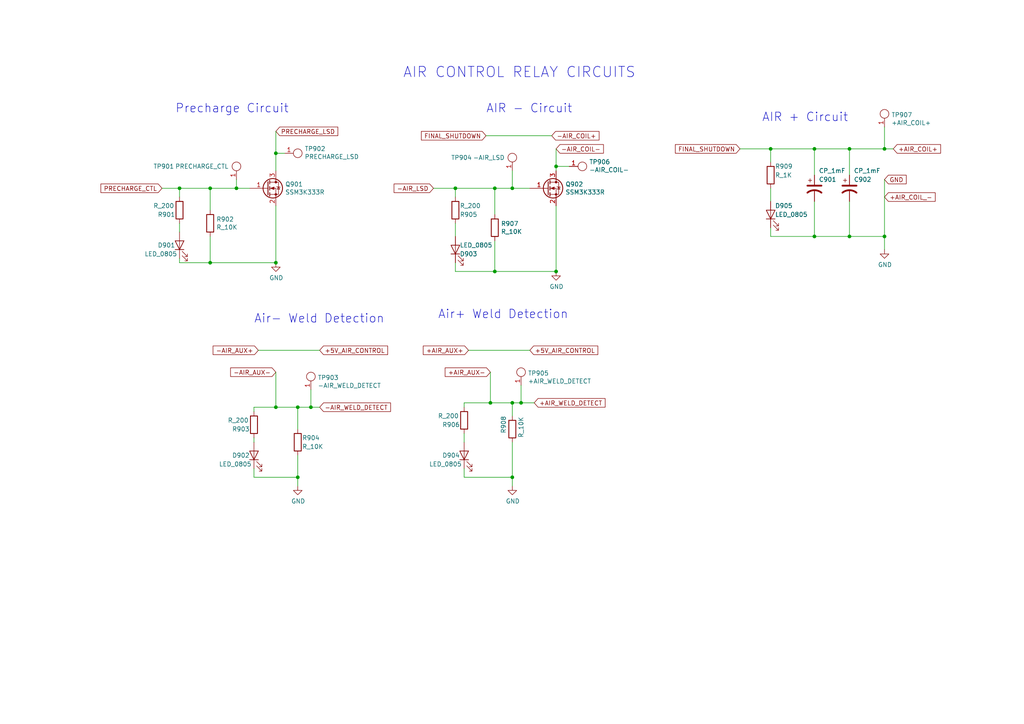
<source format=kicad_sch>
(kicad_sch (version 20211123) (generator eeschema)
  (paper "A4")
  (lib_symbols
    (symbol "formula:CP_1mF" (pin_numbers hide) (pin_names (offset 0.254) hide)
      (property "Reference" "C" (at 0.635 2.54 0))
      (property "Value" "CP_1mF" (at 0.635 -2.54 0))
      (symbol "CP_1mF_0_1"
        (polyline (pts (xy -2.032 0.762) (xy 2.032 0.762)) (stroke (width 0.508)))
        (polyline (pts (xy -1.778 2.286) (xy -0.762 2.286)))
        (polyline (pts (xy -1.27 1.778) (xy -1.27 2.794)))
        (arc (start 2.032 -1.27) (mid 0 -0.5572) (end -2.032 -1.27) (stroke (width 0.508)))
      )
      (symbol "CP_1mF_1_1"
        (pin passive line (at 0 3.81 270) (length 2.794) (name "~") (number "1"))
        (pin passive line (at 0 -3.81 90) (length 3.302) (name "~") (number "2"))
      )
    )
    (symbol "formula:LED_0805" (pin_numbers hide) (pin_names (offset 1.016) hide)
      (property "Reference" "D" (at 0 -2.54 0))
      (property "Value" "LED_0805" (at 0 2.54 0))
      (symbol "LED_0805_0_1"
        (polyline (pts (xy -1.27 -1.27) (xy -1.27 1.27)) (stroke (width 0.2032)))
        (polyline (pts (xy -1.27 0) (xy 1.27 0)))
        (polyline (pts (xy 1.27 -1.27) (xy 1.27 1.27) (xy -1.27 0) (xy 1.27 -1.27)) (stroke (width 0.2032)))
        (polyline (pts (xy -3.048 -0.762) (xy -4.572 -2.286) (xy -3.81 -2.286) (xy -4.572 -2.286) (xy -4.572 -1.524)))
        (polyline (pts (xy -1.778 -0.762) (xy -3.302 -2.286) (xy -2.54 -2.286) (xy -3.302 -2.286) (xy -3.302 -1.524)))
      )
      (symbol "LED_0805_1_1"
        (pin passive line (at -3.81 0 0) (length 2.54) (name "K") (number "1"))
        (pin passive line (at 3.81 0 180) (length 2.54) (name "A") (number "2"))
      )
    )
    (symbol "formula:R_10K" (pin_numbers hide) (pin_names (offset 0))
      (property "Reference" "R" (at 2.032 0 90))
      (property "Value" "R_10K" (at -2.54 0 90))
      (symbol "R_10K_0_1"
        (rectangle (start -1.016 -2.54) (end 1.016 2.54) (stroke (width 0.254)))
      )
      (symbol "R_10K_1_1"
        (pin passive line (at 0 3.81 270) (length 1.27) (name "~") (number "1"))
        (pin passive line (at 0 -3.81 90) (length 1.27) (name "~") (number "2"))
      )
    )
    (symbol "formula:R_1K" (pin_numbers hide) (pin_names (offset 0))
      (property "Reference" "R" (at 2.032 0 90))
      (property "Value" "R_1K" (at -2.54 0 90))
      (symbol "R_1K_0_1"
        (rectangle (start -1.016 -2.54) (end 1.016 2.54) (stroke (width 0.254)))
      )
      (symbol "R_1K_1_1"
        (pin passive line (at 0 3.81 270) (length 1.27) (name "~") (number "1"))
        (pin passive line (at 0 -3.81 90) (length 1.27) (name "~") (number "2"))
      )
    )
    (symbol "formula:R_200" (pin_numbers hide) (pin_names (offset 0))
      (property "Reference" "R" (at 2.032 0 90))
      (property "Value" "R_200" (at -2.54 0 90))
      (symbol "R_200_0_1"
        (rectangle (start -1.016 -2.54) (end 1.016 2.54) (stroke (width 0.254)))
      )
      (symbol "R_200_1_1"
        (pin passive line (at 0 3.81 270) (length 1.27) (name "~") (number "1"))
        (pin passive line (at 0 -3.81 90) (length 1.27) (name "~") (number "2"))
      )
    )
    (symbol "formula:SSM3K333R" (pin_names (offset 0) hide)
      (property "Reference" "Q" (at 5.08 1.905 0))
      (property "Value" "SSM3K333R" (at 5.08 0 0))
      (symbol "SSM3K333R_0_1"
        (polyline (pts (xy 0.762 -1.778) (xy 2.54 -1.778)))
        (polyline (pts (xy 0.762 -1.27) (xy 0.762 -2.286)) (stroke (width 0.254)))
        (polyline (pts (xy 0.762 0) (xy 2.54 0)))
        (polyline (pts (xy 0.762 0.508) (xy 0.762 -0.508)) (stroke (width 0.254)))
        (polyline (pts (xy 0.762 1.778) (xy 2.54 1.778)))
        (polyline (pts (xy 0.762 2.286) (xy 0.762 1.27)) (stroke (width 0.254)))
        (polyline (pts (xy 2.54 -1.778) (xy 2.54 -2.54)))
        (polyline (pts (xy 2.54 -1.778) (xy 2.54 0)))
        (polyline (pts (xy 2.54 2.54) (xy 2.54 1.778)))
        (polyline (pts (xy 0.254 1.905) (xy 0.254 -1.905) (xy 0.254 -1.905)) (stroke (width 0.254)))
        (polyline (pts (xy 1.016 0) (xy 2.032 0.381) (xy 2.032 -0.381) (xy 1.016 0)) (fill (type outline)))
        (polyline (pts (xy 2.54 -1.778) (xy 3.302 -1.778) (xy 3.302 1.778) (xy 2.54 1.778)))
        (polyline (pts (xy 2.794 0.508) (xy 2.921 0.381) (xy 3.683 0.381) (xy 3.81 0.254)))
        (polyline (pts (xy 3.302 0.381) (xy 2.921 -0.254) (xy 3.683 -0.254) (xy 3.302 0.381)))
        (circle (center 1.651 0) (radius 2.8194) (stroke (width 0.254)))
        (circle (center 2.54 -1.778) (radius 0.2794) (fill (type outline)))
        (circle (center 2.54 1.778) (radius 0.2794) (fill (type outline)))
      )
      (symbol "SSM3K333R_1_1"
        (pin input line (at -5.08 0 0) (length 5.334) (name "G") (number "1"))
        (pin passive line (at 2.54 -5.08 90) (length 2.54) (name "S") (number "2"))
        (pin passive line (at 2.54 5.08 270) (length 2.54) (name "D") (number "3"))
      )
    )
    (symbol "formula:Test_Point_SMD" (pin_names (offset 1.016))
      (property "Reference" "TP" (at 0 7.62 0))
      (property "Value" "Test_Point_SMD" (at 1.27 5.08 0))
      (symbol "Test_Point_SMD_1_1"
        (circle (center 0 2.54) (radius 1.27))
        (pin input line (at 0 -1.27 90) (length 2.54) (name "~") (number "1"))
      )
    )
    (symbol "power:GND" (power) (pin_names (offset 0))
      (property "Value" "GND" (at 0 -3.81 0))
      (symbol "GND_0_1"
        (polyline (pts (xy 0 0) (xy 0 -1.27) (xy 1.27 -1.27) (xy 0 -2.54) (xy -1.27 -1.27) (xy 0 -1.27)))
      )
      (symbol "GND_1_1"
        (pin power_in line (at 0 0 270) (length 0) hide (name "GND") (number "1"))
      )
    )
  )
  (junction (at 52.07 54.61))
  (junction (at 60.96 76.2))
  (junction (at 80.01 44.45))
  (junction (at 86.36 118.11))
  (junction (at 256.54 43.18))
  (junction (at 246.38 43.18))
  (junction (at 246.38 68.58))
  (junction (at 148.59 54.61))
  (junction (at 256.54 68.58))
  (junction (at 143.51 78.74))
  (junction (at 142.24 116.84))
  (junction (at 60.96 54.61))
  (junction (at 148.59 116.84))
  (junction (at 143.51 54.61))
  (junction (at 223.52 43.18))
  (junction (at 68.58 54.61))
  (junction (at 86.36 138.43))
  (junction (at 80.01 76.2))
  (junction (at 90.17 118.11))
  (junction (at 148.59 138.43))
  (junction (at 161.29 78.74))
  (junction (at 80.01 118.11))
  (junction (at 161.29 48.26))
  (junction (at 236.22 43.18))
  (junction (at 151.13 116.84))
  (junction (at 236.22 68.58))
  (junction (at 132.08 54.61))
  (wire (pts (xy 73.66 118.11) (xy 80.01 118.11)))
  (wire (pts (xy 236.22 43.18) (xy 246.38 43.18)))
  (wire (pts (xy 125.73 54.61) (xy 132.08 54.61)))
  (wire (pts (xy 82.55 44.45) (xy 80.01 44.45)))
  (wire (pts (xy 223.52 54.61) (xy 223.52 58.42)))
  (wire (pts (xy 134.62 138.43) (xy 148.59 138.43)))
  (wire (pts (xy 142.24 107.95) (xy 142.24 116.84)))
  (wire (pts (xy 92.71 101.6) (xy 74.93 101.6)))
  (wire (pts (xy 52.07 54.61) (xy 52.07 57.15)))
  (wire (pts (xy 52.07 54.61) (xy 60.96 54.61)))
  (wire (pts (xy 223.52 43.18) (xy 236.22 43.18)))
  (wire (pts (xy 161.29 48.26) (xy 165.1 48.26)))
  (wire (pts (xy 90.17 118.11) (xy 92.71 118.11)))
  (wire (pts (xy 132.08 54.61) (xy 143.51 54.61)))
  (wire (pts (xy 68.58 52.07) (xy 68.58 54.61)))
  (wire (pts (xy 246.38 68.58) (xy 256.54 68.58)))
  (wire (pts (xy 236.22 68.58) (xy 246.38 68.58)))
  (wire (pts (xy 60.96 54.61) (xy 68.58 54.61)))
  (wire (pts (xy 80.01 118.11) (xy 86.36 118.11)))
  (wire (pts (xy 161.29 43.18) (xy 161.29 48.26)))
  (wire (pts (xy 148.59 49.53) (xy 148.59 54.61)))
  (wire (pts (xy 223.52 68.58) (xy 236.22 68.58)))
  (wire (pts (xy 246.38 58.42) (xy 246.38 68.58)))
  (wire (pts (xy 148.59 116.84) (xy 148.59 120.65)))
  (wire (pts (xy 140.97 39.37) (xy 160.02 39.37)))
  (wire (pts (xy 143.51 78.74) (xy 161.29 78.74)))
  (wire (pts (xy 80.01 44.45) (xy 80.01 49.53)))
  (wire (pts (xy 73.66 138.43) (xy 86.36 138.43)))
  (wire (pts (xy 132.08 76.2) (xy 132.08 78.74)))
  (wire (pts (xy 86.36 132.08) (xy 86.36 138.43)))
  (wire (pts (xy 135.89 101.6) (xy 153.67 101.6)))
  (wire (pts (xy 52.07 76.2) (xy 60.96 76.2)))
  (wire (pts (xy 86.36 138.43) (xy 86.36 140.97)))
  (wire (pts (xy 148.59 116.84) (xy 151.13 116.84)))
  (wire (pts (xy 134.62 125.73) (xy 134.62 128.27)))
  (wire (pts (xy 142.24 116.84) (xy 148.59 116.84)))
  (wire (pts (xy 73.66 127) (xy 73.66 128.27)))
  (wire (pts (xy 68.58 54.61) (xy 72.39 54.61)))
  (wire (pts (xy 46.99 54.61) (xy 52.07 54.61)))
  (wire (pts (xy 60.96 68.58) (xy 60.96 76.2)))
  (wire (pts (xy 161.29 48.26) (xy 161.29 49.53)))
  (wire (pts (xy 148.59 128.27) (xy 148.59 138.43)))
  (wire (pts (xy 132.08 68.58) (xy 132.08 64.77)))
  (wire (pts (xy 236.22 58.42) (xy 236.22 68.58)))
  (wire (pts (xy 246.38 43.18) (xy 246.38 50.8)))
  (wire (pts (xy 256.54 68.58) (xy 256.54 72.39)))
  (wire (pts (xy 143.51 54.61) (xy 148.59 54.61)))
  (wire (pts (xy 132.08 78.74) (xy 143.51 78.74)))
  (wire (pts (xy 60.96 76.2) (xy 80.01 76.2)))
  (wire (pts (xy 151.13 111.76) (xy 151.13 116.84)))
  (wire (pts (xy 80.01 76.2) (xy 80.01 59.69)))
  (wire (pts (xy 52.07 74.93) (xy 52.07 76.2)))
  (wire (pts (xy 151.13 116.84) (xy 154.94 116.84)))
  (wire (pts (xy 223.52 43.18) (xy 223.52 46.99)))
  (wire (pts (xy 80.01 107.95) (xy 80.01 118.11)))
  (wire (pts (xy 143.51 62.23) (xy 143.51 54.61)))
  (wire (pts (xy 246.38 43.18) (xy 256.54 43.18)))
  (wire (pts (xy 256.54 36.83) (xy 256.54 43.18)))
  (wire (pts (xy 134.62 135.89) (xy 134.62 138.43)))
  (wire (pts (xy 52.07 64.77) (xy 52.07 67.31)))
  (wire (pts (xy 256.54 43.18) (xy 259.08 43.18)))
  (wire (pts (xy 80.01 38.1) (xy 80.01 44.45)))
  (wire (pts (xy 214.63 43.18) (xy 223.52 43.18)))
  (wire (pts (xy 86.36 118.11) (xy 86.36 124.46)))
  (wire (pts (xy 256.54 52.07) (xy 256.54 68.58)))
  (wire (pts (xy 132.08 57.15) (xy 132.08 54.61)))
  (wire (pts (xy 86.36 118.11) (xy 90.17 118.11)))
  (wire (pts (xy 143.51 69.85) (xy 143.51 78.74)))
  (wire (pts (xy 148.59 54.61) (xy 153.67 54.61)))
  (wire (pts (xy 73.66 135.89) (xy 73.66 138.43)))
  (wire (pts (xy 60.96 54.61) (xy 60.96 60.96)))
  (wire (pts (xy 161.29 59.69) (xy 161.29 78.74)))
  (wire (pts (xy 148.59 138.43) (xy 148.59 140.97)))
  (wire (pts (xy 236.22 43.18) (xy 236.22 50.8)))
  (wire (pts (xy 134.62 116.84) (xy 134.62 118.11)))
  (wire (pts (xy 90.17 113.03) (xy 90.17 118.11)))
  (wire (pts (xy 73.66 118.11) (xy 73.66 119.38)))
  (wire (pts (xy 134.62 116.84) (xy 142.24 116.84)))
  (wire (pts (xy 223.52 66.04) (xy 223.52 68.58)))
  (text "Precharge Circuit" (at 50.8 33.02 0) (effects (font (size 2.4892 2.4892)) (justify left bottom)))
  (text "Air- Weld Detection" (at 73.66 93.98 0) (effects (font (size 2.4892 2.4892)) (justify left bottom)))
  (text "AIR + Circuit" (at 220.98 35.56 0) (effects (font (size 2.4892 2.4892)) (justify left bottom)))
  (text "Air+ Weld Detection" (at 127 92.71 0) (effects (font (size 2.4892 2.4892)) (justify left bottom)))
  (text "AIR - Circuit" (at 140.97 33.02 0) (effects (font (size 2.4892 2.4892)) (justify left bottom)))
  (text "AIR CONTROL RELAY CIRCUITS" (at 116.84 22.86 0) (effects (font (size 2.9972 2.9972)) (justify left bottom)))
  (global_label "-AIR_AUX+" (shape input) (at 74.93 101.6 180) (property "Intersheet References" "${INTERSHEET_REFS}" (effects hide)))
  (global_label "-AIR_AUX-" (shape input) (at 80.01 107.95 180) (property "Intersheet References" "${INTERSHEET_REFS}" (effects hide)))
  (global_label "+AIR_WELD_DETECT" (shape input) (at 154.94 116.84 0) (property "Intersheet References" "${INTERSHEET_REFS}" (effects hide)))
  (global_label "+5V_AIR_CONTROL" (shape input) (at 92.71 101.6 0) (property "Intersheet References" "${INTERSHEET_REFS}" (effects hide)))
  (global_label "+AIR_AUX-" (shape input) (at 142.24 107.95 180) (property "Intersheet References" "${INTERSHEET_REFS}" (effects hide)))
  (global_label "+5V_AIR_CONTROL" (shape input) (at 153.67 101.6 0) (property "Intersheet References" "${INTERSHEET_REFS}" (effects hide)))
  (global_label "-AIR_COIL-" (shape input) (at 161.29 43.18 0) (property "Intersheet References" "${INTERSHEET_REFS}" (effects hide)))
  (global_label "+AIR_COIL+" (shape input) (at 259.08 43.18 0) (property "Intersheet References" "${INTERSHEET_REFS}" (effects hide)))
  (global_label "FINAL_SHUTDOWN" (shape input) (at 214.63 43.18 180) (property "Intersheet References" "${INTERSHEET_REFS}" (effects hide)))
  (global_label "-AIR_COIL+" (shape input) (at 160.02 39.37 0) (property "Intersheet References" "${INTERSHEET_REFS}" (effects hide)))
  (global_label "PRECHARGE_CTL" (shape input) (at 46.99 54.61 180) (property "Intersheet References" "${INTERSHEET_REFS}" (effects hide)))
  (global_label "GND" (shape input) (at 256.54 52.07 0) (property "Intersheet References" "${INTERSHEET_REFS}" (effects hide)))
  (global_label "PRECHARGE_LSD" (shape input) (at 80.01 38.1 0) (property "Intersheet References" "${INTERSHEET_REFS}" (effects hide)))
  (global_label "-AIR_LSD" (shape input) (at 125.73 54.61 180) (property "Intersheet References" "${INTERSHEET_REFS}" (effects hide)))
  (global_label "FINAL_SHUTDOWN" (shape input) (at 140.97 39.37 180) (property "Intersheet References" "${INTERSHEET_REFS}" (effects hide)))
  (global_label "+AIR_COIL_-" (shape input) (at 256.54 57.15 0) (property "Intersheet References" "${INTERSHEET_REFS}" (effects hide)))
  (global_label "-AIR_WELD_DETECT" (shape input) (at 92.71 118.11 0) (property "Intersheet References" "${INTERSHEET_REFS}" (effects hide)))
  (global_label "+AIR_AUX+" (shape input) (at 135.89 101.6 180) (property "Intersheet References" "${INTERSHEET_REFS}" (effects hide)))
  (symbol (lib_id "power:GND") (at 148.59 140.97 0) (unit 1)
    (property "Reference" "#PWR0169" (effects hide))
    (property "Value" "GND" (at 148.717 145.3642 0))
  )
  (symbol (lib_id "formula:R_10K") (at 148.59 124.46 0) (unit 1)
    (property "Reference" "R908" (at 146.05 125.73 90) (effects (justify left)))
    (property "Value" "R_10K" (at 151.13 127 90) (effects (justify left)))
    (property "Footprint" "footprints:R_0805_OEM" (effects hide))
    (property "Datasheet" "http://www.bourns.com/data/global/pdfs/CRS.pdf" (effects hide))
    (property "MFN" "DK" (effects hide))
    (property "MPN" "CRS0805-FX-1002ELFCT-ND" (effects hide))
    (property "PurchasingLink" "https://www.digikey.com/products/en?keywords=CRS0805-FX-1002ELFCT-ND" (effects hide))
  )
  (symbol (lib_id "formula:LED_0805") (at 134.62 132.08 90) (unit 1)
    (property "Reference" "D904" (at 128.27 132.08 90) (effects (justify right)))
    (property "Value" "LED_0805" (at 124.46 134.62 90) (effects (justify right)))
    (property "Footprint" "footprints:LED_0805_OEM" (effects hide))
    (property "Datasheet" "http://www.osram-os.com/Graphics/XPic9/00078860_0.pdf" (effects hide))
    (property "MFN" "DK" (effects hide))
    (property "MPN" "475-1410-1-ND" (effects hide))
    (property "PurchasingLink" "https://www.digikey.com/products/en?keywords=475-1410-1-ND" (effects hide))
  )
  (symbol (lib_id "formula:R_200") (at 134.62 121.92 0) (unit 1)
    (property "Reference" "R906" (at 128.27 123.19 0) (effects (justify left)))
    (property "Value" "R_200" (at 127 120.65 0) (effects (justify left)))
    (property "Footprint" "footprints:R_0805_OEM" (effects hide))
    (property "Datasheet" "https://www.seielect.com/Catalog/SEI-RMCF_RMCP.pdf" (effects hide))
    (property "MFN" "DK" (effects hide))
    (property "MPN" "RMCF0805JT200RCT-ND" (effects hide))
    (property "PurchasingLink" "https://www.digikey.com/products/en?keywords=RMCF0805JT200RCT-ND" (effects hide))
  )
  (symbol (lib_id "power:GND") (at 86.36 140.97 0) (unit 1)
    (property "Reference" "#PWR0168" (effects hide))
    (property "Value" "GND" (at 86.487 145.3642 0))
  )
  (symbol (lib_id "formula:LED_0805") (at 73.66 132.08 90) (unit 1)
    (property "Reference" "D902" (at 67.31 132.08 90) (effects (justify right)))
    (property "Value" "LED_0805" (at 63.5 134.62 90) (effects (justify right)))
    (property "Footprint" "footprints:LED_0805_OEM" (effects hide))
    (property "Datasheet" "http://www.osram-os.com/Graphics/XPic9/00078860_0.pdf" (effects hide))
    (property "MFN" "DK" (effects hide))
    (property "MPN" "475-1410-1-ND" (effects hide))
    (property "PurchasingLink" "https://www.digikey.com/products/en?keywords=475-1410-1-ND" (effects hide))
  )
  (symbol (lib_id "formula:R_200") (at 73.66 123.19 0) (unit 1)
    (property "Reference" "R903" (at 67.31 124.46 0) (effects (justify left)))
    (property "Value" "R_200" (at 66.04 121.92 0) (effects (justify left)))
    (property "Footprint" "footprints:R_0805_OEM" (effects hide))
    (property "Datasheet" "https://www.seielect.com/Catalog/SEI-RMCF_RMCP.pdf" (effects hide))
    (property "MFN" "DK" (effects hide))
    (property "MPN" "RMCF0805JT200RCT-ND" (effects hide))
    (property "PurchasingLink" "https://www.digikey.com/products/en?keywords=RMCF0805JT200RCT-ND" (effects hide))
  )
  (symbol (lib_id "formula:R_10K") (at 86.36 128.27 0) (unit 1)
    (property "Reference" "R904" (at 87.63 127 0) (effects (justify left)))
    (property "Value" "R_10K" (at 87.63 129.54 0) (effects (justify left)))
    (property "Footprint" "footprints:R_0805_OEM" (effects hide))
    (property "Datasheet" "http://www.bourns.com/data/global/pdfs/CRS.pdf" (effects hide))
    (property "MFN" "DK" (effects hide))
    (property "MPN" "CRS0805-FX-1002ELFCT-ND" (effects hide))
    (property "PurchasingLink" "https://www.digikey.com/products/en?keywords=CRS0805-FX-1002ELFCT-ND" (effects hide))
  )
  (symbol (lib_id "power:GND") (at 256.54 72.39 0) (unit 1)
    (property "Reference" "#PWR0166" (effects hide))
    (property "Value" "GND" (at 256.667 76.7842 0))
  )
  (symbol (lib_id "formula:LED_0805") (at 223.52 62.23 90) (unit 1)
    (property "Reference" "D905" (at 224.79 59.69 90) (effects (justify right)))
    (property "Value" "LED_0805" (at 224.79 62.23 90) (effects (justify right)))
    (property "Footprint" "footprints:LED_0805_OEM" (effects hide))
    (property "Datasheet" "http://www.osram-os.com/Graphics/XPic9/00078860_0.pdf" (effects hide))
    (property "MFN" "DK" (effects hide))
    (property "MPN" "475-1410-1-ND" (effects hide))
    (property "PurchasingLink" "https://www.digikey.com/products/en?keywords=475-1410-1-ND" (effects hide))
  )
  (symbol (lib_id "formula:CP_1mF") (at 246.38 54.61 0) (unit 1)
    (property "Reference" "C902" (at 247.65 52.07 0) (effects (justify left)))
    (property "Value" "CP_1mF" (at 247.65 49.53 0) (effects (justify left)))
    (property "Footprint" "footprints:C_Radial_D10_L13_P5_OEM" (effects hide))
    (property "Datasheet" "http://nichicon-us.com/english/products/pdfs/e-uvz.pdf" (effects hide))
    (property "MFN" "Digi-Key" (effects hide))
    (property "MPN" "493-1305-ND" (effects hide))
    (property "Package" "Radial, Can" (effects hide))
    (property "PurchasingLink" "https://www.digikey.com/products/en?keywords=493-1305-ND" (effects hide))
  )
  (symbol (lib_id "formula:CP_1mF") (at 236.22 54.61 0) (unit 1)
    (property "Reference" "C901" (at 237.49 52.07 0) (effects (justify left)))
    (property "Value" "CP_1mF" (at 237.49 49.53 0) (effects (justify left)))
    (property "Footprint" "footprints:C_Radial_D10_L13_P5_OEM" (effects hide))
    (property "Datasheet" "http://nichicon-us.com/english/products/pdfs/e-uvz.pdf" (effects hide))
    (property "MFN" "Digi-Key" (effects hide))
    (property "MPN" "493-1305-ND" (effects hide))
    (property "Package" "Radial, Can" (effects hide))
    (property "PurchasingLink" "https://www.digikey.com/products/en?keywords=493-1305-ND" (effects hide))
  )
  (symbol (lib_id "formula:R_1K") (at 223.52 50.8 0) (unit 1)
    (property "Reference" "R909" (at 224.79 48.26 0) (effects (justify left)))
    (property "Value" "R_1K" (at 224.79 50.8 0) (effects (justify left)))
    (property "Footprint" "footprints:R_0805_OEM" (effects hide))
    (property "Datasheet" "https://www.seielect.com/Catalog/SEI-rncp.pdf" (effects hide))
    (property "MFN" "DK" (effects hide))
    (property "MPN" "RNCP0805FTD1K00CT-ND" (effects hide))
    (property "PurchasingLink" "https://www.digikey.com/products/en?keywords=RNCP0805FTD1K00CT-ND" (effects hide))
  )
  (symbol (lib_id "power:GND") (at 161.29 78.74 0) (unit 1)
    (property "Reference" "#PWR0165" (effects hide))
    (property "Value" "GND" (at 161.417 83.1342 0))
  )
  (symbol (lib_id "formula:LED_0805") (at 132.08 72.39 90) (unit 1)
    (property "Reference" "D903" (at 133.35 73.66 90) (effects (justify right)))
    (property "Value" "LED_0805" (at 133.35 71.12 90) (effects (justify right)))
    (property "Footprint" "footprints:LED_0805_OEM" (effects hide))
    (property "Datasheet" "http://www.osram-os.com/Graphics/XPic9/00078860_0.pdf" (effects hide))
    (property "MFN" "DK" (effects hide))
    (property "MPN" "475-1410-1-ND" (effects hide))
    (property "PurchasingLink" "https://www.digikey.com/products/en?keywords=475-1410-1-ND" (effects hide))
  )
  (symbol (lib_id "formula:R_10K") (at 143.51 66.04 0) (unit 1)
    (property "Reference" "R907" (at 145.288 64.8716 0) (effects (justify left)))
    (property "Value" "R_10K" (at 145.288 67.183 0) (effects (justify left)))
    (property "Footprint" "footprints:R_0805_OEM" (effects hide))
    (property "Datasheet" "http://www.bourns.com/data/global/pdfs/CRS.pdf" (effects hide))
    (property "MFN" "DK" (effects hide))
    (property "MPN" "CRS0805-FX-1002ELFCT-ND" (effects hide))
    (property "PurchasingLink" "https://www.digikey.com/products/en?keywords=CRS0805-FX-1002ELFCT-ND" (effects hide))
  )
  (symbol (lib_id "formula:R_200") (at 132.08 60.96 0) (unit 1)
    (property "Reference" "R905" (at 133.35 62.23 0) (effects (justify left)))
    (property "Value" "R_200" (at 133.35 59.69 0) (effects (justify left)))
    (property "Footprint" "footprints:R_0805_OEM" (effects hide))
    (property "Datasheet" "https://www.seielect.com/Catalog/SEI-RMCF_RMCP.pdf" (effects hide))
    (property "MFN" "DK" (effects hide))
    (property "MPN" "RMCF0805JT200RCT-ND" (effects hide))
    (property "PurchasingLink" "https://www.digikey.com/products/en?keywords=RMCF0805JT200RCT-ND" (effects hide))
  )
  (symbol (lib_id "formula:SSM3K333R") (at 158.75 54.61 0) (unit 1)
    (property "Reference" "Q902" (at 163.9824 53.4416 0) (effects (justify left)))
    (property "Value" "SSM3K333R" (at 163.9824 55.753 0) (effects (justify left)))
    (property "Footprint" "footprints:SOT-23F" (effects hide))
    (property "Datasheet" "https://drive.google.com/drive/folders/0B-V-iZf33Y4GNzhDQTJZanJRbVk" (effects hide))
    (property "MFN" "DK" (effects hide))
    (property "MPN" "SSM3K333RLFCT-ND" (effects hide))
    (property "PurchasingLink" "https://www.digikey.com/product-detail/en/toshiba-semiconductor-and-storage/SSM3K333RLF/SSM3K333RLFCT-ND/3522391" (effects hide))
  )
  (symbol (lib_id "power:GND") (at 80.01 76.2 0) (unit 1)
    (property "Reference" "#PWR0167" (effects hide))
    (property "Value" "GND" (at 80.137 80.5942 0))
  )
  (symbol (lib_id "formula:R_200") (at 52.07 60.96 0) (unit 1)
    (property "Reference" "R901" (at 45.72 62.23 0) (effects (justify left)))
    (property "Value" "R_200" (at 44.45 59.69 0) (effects (justify left)))
    (property "Footprint" "footprints:R_0805_OEM" (effects hide))
    (property "Datasheet" "https://www.seielect.com/Catalog/SEI-RMCF_RMCP.pdf" (effects hide))
    (property "MFN" "DK" (effects hide))
    (property "MPN" "RMCF0805JT200RCT-ND" (effects hide))
    (property "PurchasingLink" "https://www.digikey.com/products/en?keywords=RMCF0805JT200RCT-ND" (effects hide))
  )
  (symbol (lib_id "formula:LED_0805") (at 52.07 71.12 90) (unit 1)
    (property "Reference" "D901" (at 45.72 71.12 90) (effects (justify right)))
    (property "Value" "LED_0805" (at 41.91 73.66 90) (effects (justify right)))
    (property "Footprint" "footprints:LED_0805_OEM" (effects hide))
    (property "Datasheet" "http://www.osram-os.com/Graphics/XPic9/00078860_0.pdf" (effects hide))
    (property "MFN" "DK" (effects hide))
    (property "MPN" "475-1410-1-ND" (effects hide))
    (property "PurchasingLink" "https://www.digikey.com/products/en?keywords=475-1410-1-ND" (effects hide))
  )
  (symbol (lib_id "formula:SSM3K333R") (at 77.47 54.61 0) (unit 1)
    (property "Reference" "Q901" (at 82.7024 53.4416 0) (effects (justify left)))
    (property "Value" "SSM3K333R" (at 82.7024 55.753 0) (effects (justify left)))
    (property "Footprint" "footprints:SOT-23F" (effects hide))
    (property "Datasheet" "https://drive.google.com/drive/folders/0B-V-iZf33Y4GNzhDQTJZanJRbVk" (effects hide))
    (property "MFN" "DK" (effects hide))
    (property "MPN" "SSM3K333RLFCT-ND" (effects hide))
    (property "PurchasingLink" "https://www.digikey.com/product-detail/en/toshiba-semiconductor-and-storage/SSM3K333RLF/SSM3K333RLFCT-ND/3522391" (effects hide))
  )
  (symbol (lib_id "formula:R_10K") (at 60.96 64.77 0) (unit 1)
    (property "Reference" "R902" (at 62.738 63.6016 0) (effects (justify left)))
    (property "Value" "R_10K" (at 62.738 65.913 0) (effects (justify left)))
    (property "Footprint" "footprints:R_0805_OEM" (effects hide))
    (property "Datasheet" "http://www.bourns.com/data/global/pdfs/CRS.pdf" (effects hide))
    (property "MFN" "DK" (effects hide))
    (property "MPN" "CRS0805-FX-1002ELFCT-ND" (effects hide))
    (property "PurchasingLink" "https://www.digikey.com/products/en?keywords=CRS0805-FX-1002ELFCT-ND" (effects hide))
  )
  (symbol (lib_id "formula:Test_Point_SMD") (at 68.58 50.8 0) (unit 1)
    (property "Reference" "TP901" (at 44.45 48.26 0) (effects (justify left)))
    (property "Value" "PRECHARGE_CTL" (at 50.8 48.26 0) (effects (justify left)))
    (property "Footprint" "TestPoint:TestPoint_Pad_D1.0mm" (effects hide))
  )
  (symbol (lib_id "formula:Test_Point_SMD") (at 83.82 44.45 270) (unit 1)
    (property "Reference" "TP902" (at 88.3412 43.1546 90) (effects (justify left)))
    (property "Value" "PRECHARGE_LSD" (at 88.3412 45.466 90) (effects (justify left)))
    (property "Footprint" "TestPoint:TestPoint_Pad_D1.0mm" (effects hide))
  )
  (symbol (lib_id "formula:Test_Point_SMD") (at 148.59 48.26 0) (unit 1)
    (property "Reference" "TP904" (at 130.81 45.72 0) (effects (justify left)))
    (property "Value" "-AIR_LSD" (at 137.16 45.72 0) (effects (justify left)))
    (property "Footprint" "TestPoint:TestPoint_Pad_D1.0mm" (effects hide))
  )
  (symbol (lib_id "formula:Test_Point_SMD") (at 166.37 48.26 270) (unit 1)
    (property "Reference" "TP906" (at 170.8912 46.9646 90) (effects (justify left)))
    (property "Value" "-AIR_COIL-" (at 170.8912 49.276 90) (effects (justify left)))
    (property "Footprint" "TestPoint:TestPoint_Pad_D1.0mm" (effects hide))
  )
  (symbol (lib_id "formula:Test_Point_SMD") (at 256.54 35.56 0) (unit 1)
    (property "Reference" "TP907" (at 258.5212 33.3248 0) (effects (justify left)))
    (property "Value" "+AIR_COIL+" (at 258.5212 35.6362 0) (effects (justify left)))
    (property "Footprint" "TestPoint:TestPoint_Pad_D1.0mm" (effects hide))
  )
  (symbol (lib_id "formula:Test_Point_SMD") (at 90.17 111.76 0) (unit 1)
    (property "Reference" "TP903" (at 92.1512 109.5248 0) (effects (justify left)))
    (property "Value" "-AIR_WELD_DETECT" (at 92.1512 111.8362 0) (effects (justify left)))
    (property "Footprint" "TestPoint:TestPoint_Pad_D1.0mm" (effects hide))
  )
  (symbol (lib_id "formula:Test_Point_SMD") (at 151.13 110.49 0) (unit 1)
    (property "Reference" "TP905" (at 153.1112 108.2548 0) (effects (justify left)))
    (property "Value" "+AIR_WELD_DETECT" (at 153.1112 110.5662 0) (effects (justify left)))
    (property "Footprint" "TestPoint:TestPoint_Pad_D1.0mm" (effects hide))
  )
)
</source>
